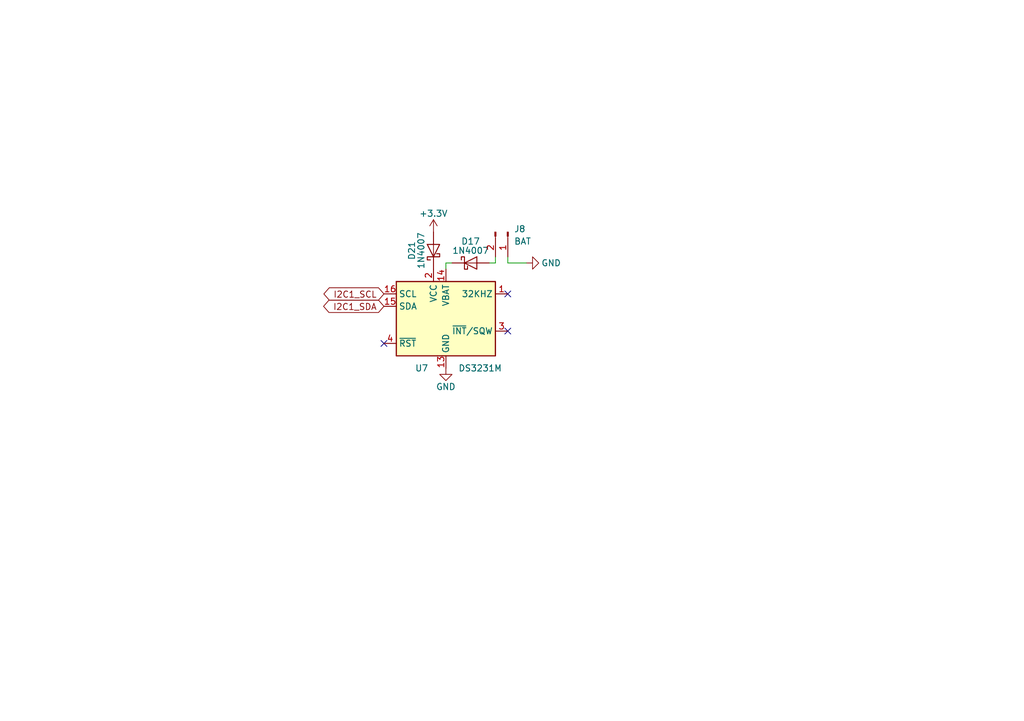
<source format=kicad_sch>
(kicad_sch (version 20211123) (generator eeschema)
  (paper "A5")
  (lib_symbols
    (symbol "Connector:Conn_01x02_Male" (pin_names (offset 1.016) hide)
      (property "Reference" "J" (at 0 2.54 0))
      (property "Value" "Conn_01x02_Male" (at 0 -5.08 0))
      (symbol "Conn_01x02_Male_1_1"
        (polyline (pts (xy 1.27 -2.54) (xy 0.8636 -2.54)) (stroke (width 0.1524)))
        (polyline (pts (xy 1.27 0) (xy 0.8636 0)) (stroke (width 0.1524)))
        (rectangle (start 0.8636 -2.413) (end 0 -2.667) (stroke (width 0.1524)) (fill (type outline)))
        (rectangle (start 0.8636 0.127) (end 0 -0.127) (stroke (width 0.1524)) (fill (type outline)))
        (pin passive line (at 5.08 0 180) (length 3.81) (name "Pin_1") (number "1"))
        (pin passive line (at 5.08 -2.54 180) (length 3.81) (name "Pin_2") (number "2"))
      )
    )
    (symbol "Diode:PMEG3010EH" (pin_numbers hide) (pin_names hide)
      (property "Reference" "D" (at 0 2.54 0))
      (property "Value" "PMEG3010EH" (at 0 -2.54 0))
      (symbol "PMEG3010EH_0_1"
        (polyline (pts (xy 1.27 0) (xy -1.27 0)))
        (polyline (pts (xy 1.27 1.27) (xy 1.27 -1.27) (xy -1.27 0) (xy 1.27 1.27)) (stroke (width 0.2032)))
        (polyline (pts (xy -1.905 0.635) (xy -1.905 1.27) (xy -1.27 1.27) (xy -1.27 -1.27) (xy -0.635 -1.27) (xy -0.635 -0.635)) (stroke (width 0.2032)))
      )
      (symbol "PMEG3010EH_1_1"
        (pin passive line (at -3.81 0 0) (length 2.54) (name "K") (number "1"))
        (pin passive line (at 3.81 0 180) (length 2.54) (name "A") (number "2"))
      )
    )
    (symbol "Timer_RTC:DS3231M"
      (property "Reference" "U" (at -7.62 8.89 0))
      (property "Value" "DS3231M" (at 10.16 8.89 0))
      (symbol "DS3231M_0_1"
        (rectangle (start -10.16 7.62) (end 10.16 -7.62) (stroke (width 0.254)) (fill (type background)))
      )
      (symbol "DS3231M_1_1"
        (pin open_collector line (at 12.7 5.08 180) (length 2.54) (name "32KHZ") (number "1"))
        (pin passive line (at 0 -10.16 90) (length 2.54) hide (name "GND") (number "10"))
        (pin passive line (at 0 -10.16 90) (length 2.54) hide (name "GND") (number "11"))
        (pin passive line (at 0 -10.16 90) (length 2.54) hide (name "GND") (number "12"))
        (pin power_in line (at 0 -10.16 90) (length 2.54) (name "GND") (number "13"))
        (pin power_in line (at 0 10.16 270) (length 2.54) (name "VBAT") (number "14"))
        (pin bidirectional line (at -12.7 2.54 0) (length 2.54) (name "SDA") (number "15"))
        (pin input line (at -12.7 5.08 0) (length 2.54) (name "SCL") (number "16"))
        (pin power_in line (at -2.54 10.16 270) (length 2.54) (name "VCC") (number "2"))
        (pin open_collector line (at 12.7 -2.54 180) (length 2.54) (name "~{INT}/SQW") (number "3"))
        (pin bidirectional line (at -12.7 -5.08 0) (length 2.54) (name "~{RST}") (number "4"))
        (pin passive line (at 0 -10.16 90) (length 2.54) hide (name "GND") (number "5"))
        (pin passive line (at 0 -10.16 90) (length 2.54) hide (name "GND") (number "6"))
        (pin passive line (at 0 -10.16 90) (length 2.54) hide (name "GND") (number "7"))
        (pin passive line (at 0 -10.16 90) (length 2.54) hide (name "GND") (number "8"))
        (pin passive line (at 0 -10.16 90) (length 2.54) hide (name "GND") (number "9"))
      )
    )
    (symbol "power:+3.3V" (power) (pin_names (offset 0))
      (property "Value" "+3.3V" (at 0 3.556 0))
      (symbol "+3.3V_0_1"
        (polyline (pts (xy -0.762 1.27) (xy 0 2.54)))
        (polyline (pts (xy 0 0) (xy 0 2.54)))
        (polyline (pts (xy 0 2.54) (xy 0.762 1.27)))
      )
      (symbol "+3.3V_1_1"
        (pin power_in line (at 0 0 90) (length 0) hide (name "+3.3V") (number "1"))
      )
    )
    (symbol "power:GND" (power) (pin_names (offset 0))
      (property "Value" "GND" (at 0 -3.81 0))
      (symbol "GND_0_1"
        (polyline (pts (xy 0 0) (xy 0 -1.27) (xy 1.27 -1.27) (xy 0 -2.54) (xy -1.27 -1.27) (xy 0 -1.27)))
      )
      (symbol "GND_1_1"
        (pin power_in line (at 0 0 270) (length 0) hide (name "GND") (number "1"))
      )
    )
  )
  (no_connect (at 78.74 70.485))
  (no_connect (at 104.14 67.945))
  (no_connect (at 104.14 60.325))
  (wire (pts (xy 107.95 53.975) (xy 104.14 53.975)))
  (wire (pts (xy 91.44 53.975) (xy 91.44 55.245)))
  (wire (pts (xy 91.44 53.975) (xy 92.71 53.975)))
  (wire (pts (xy 104.14 53.975) (xy 104.14 52.705)))
  (wire (pts (xy 100.33 53.975) (xy 101.6 53.975)))
  (wire (pts (xy 101.6 52.705) (xy 101.6 53.975)))
  (global_label "I2C1_SCL" (shape bidirectional) (at 78.74 60.325 180) (property "Intersheet References" "${INTERSHEET_REFS}" (effects hide)))
  (global_label "I2C1_SDA" (shape bidirectional) (at 78.74 62.865 180) (property "Intersheet References" "${INTERSHEET_REFS}" (effects hide)))
  (symbol (lib_id "Diode:PMEG3010EH") (at 88.9 51.435 90) (unit 1)
    (property "Reference" "D21" (at 84.455 51.435 0))
    (property "Value" "1N4007" (at 86.36 51.435 0))
    (property "Footprint" "Diode_SMD:D_SOD-123F" (effects hide))
    (property "Datasheet" "https://assets.nexperia.com/documents/data-sheet/PMEG3010EH_EJ_ET.pdf" (effects hide))
  )
  (symbol (lib_id "power:GND") (at 107.95 53.975 90) (unit 1)
    (property "Reference" "#PWR039" (effects hide))
    (property "Value" "GND" (at 113.03 53.975 90))
  )
  (symbol (lib_id "Connector:Conn_01x02_Male") (at 104.14 47.625 270) (unit 1)
    (property "Reference" "J8" (at 105.41 46.9899 90) (effects (justify left)))
    (property "Value" "BAT" (at 105.41 49.5299 90) (effects (justify left)))
    (property "Footprint" "XH_2.54mm_Conn:XH_2P_2.54mm_Vertical" (effects hide))
  )
  (symbol (lib_id "Timer_RTC:DS3231M") (at 91.44 65.405 0) (unit 1)
    (property "Reference" "U7" (at 85.09 75.565 0) (effects (justify left)))
    (property "Value" "DS3231M" (at 93.98 75.565 0) (effects (justify left)))
    (property "Footprint" "Package_SO:SOIC-16W_7.5x10.3mm_P1.27mm" (effects hide))
    (property "Datasheet" "http://datasheets.maximintegrated.com/en/ds/DS3231.pdf" (effects hide))
  )
  (symbol (lib_id "Diode:PMEG3010EH") (at 96.52 53.975 0) (unit 1)
    (property "Reference" "D17" (at 96.52 49.53 0))
    (property "Value" "1N4007" (at 96.52 51.435 0))
    (property "Footprint" "Diode_SMD:D_SOD-123F" (effects hide))
    (property "Datasheet" "https://assets.nexperia.com/documents/data-sheet/PMEG3010EH_EJ_ET.pdf" (effects hide))
  )
  (symbol (lib_id "power:GND") (at 91.44 75.565 0) (unit 1)
    (property "Reference" "#PWR038" (effects hide))
    (property "Value" "GND" (at 91.44 79.375 0))
  )
  (symbol (lib_id "power:+3.3V") (at 88.9 47.625 0) (unit 1)
    (property "Reference" "#PWR037" (effects hide))
    (property "Value" "+3.3V" (at 88.9 43.815 0))
  )
)
</source>
